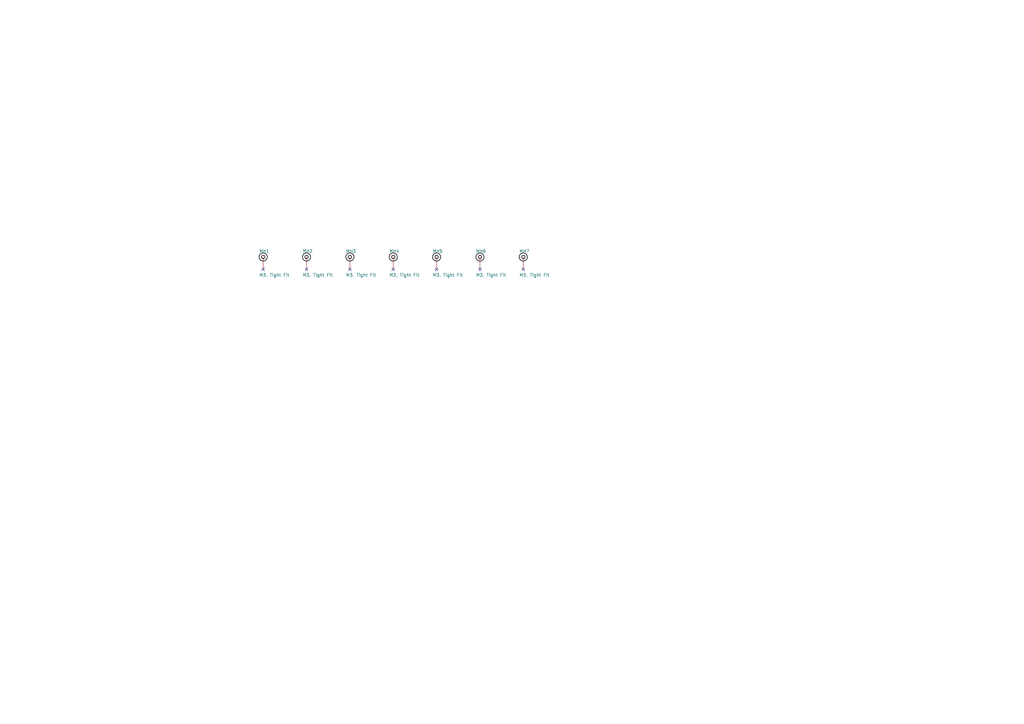
<source format=kicad_sch>
(kicad_sch (version 20231120) (generator "eeschema") (generator_version "8.0")
  (paper "A3")
  (title_block (title "NAE-SONATA-ONE") (date "2024-08-16") (rev "10") (company "NewAE Technology") (comment 2 "Apache-2"))
  (lib_symbols
    (symbol "SONATA-ONE-symbols:root_0_Mounting_Hole"
      (symbol "root_0_Mounting_Hole_1_0"
        (circle (center 0 0) (radius 0.695) (stroke (width 0.254) (color 0 0 0 1)))
        (circle (center 0 0) (radius 1.667) (stroke (width 0.254) (color 0 0 0 1)))
        (pin passive line (at 0 -5.08 90) (length 5.08) (name "1") (number "1"))
      )
    )
  )
  (no_connect (at 143.51 110.49))
  (no_connect (at 107.95 110.49))
  (no_connect (at 214.63 110.49))
  (no_connect (at 196.85 110.49))
  (no_connect (at 161.29 110.49))
  (no_connect (at 179.07 110.49))
  (no_connect (at 125.73 110.49))
  (symbol (lib_id "SONATA-ONE-symbols:root_0_Mounting_Hole") (at 179.07 105.41 0) (unit 1)
    (property "Reference" "MH5" (at 177.403 103.743 0) (effects (justify left bottom)))
    (property "Value" "M3, Tight Fit" (at 177.403 113.538 0) (effects (justify left bottom)))
    (property "Footprint" "SONATA-ONE-LIBRARY:MOUNT_M3_TIGHT" (effects (hide yes)))
    (property "Description" "Machine screw M3 Mounting Hole" (effects (hide yes)))
  )
  (symbol (lib_id "SONATA-ONE-symbols:root_0_Mounting_Hole") (at 196.85 105.41 0) (unit 1)
    (property "Reference" "MH6" (at 195.183 103.743 0) (effects (justify left bottom)))
    (property "Value" "M3, Tight Fit" (at 195.183 113.538 0) (effects (justify left bottom)))
    (property "Footprint" "SONATA-ONE-LIBRARY:MOUNT_M3_TIGHT" (effects (hide yes)))
    (property "Description" "Machine screw M3 Mounting Hole" (effects (hide yes)))
  )
  (symbol (lib_id "SONATA-ONE-symbols:root_0_Mounting_Hole") (at 214.63 105.41 0) (unit 1)
    (property "Reference" "MH7" (at 212.963 103.743 0) (effects (justify left bottom)))
    (property "Value" "M3, Tight Fit" (at 212.963 113.538 0) (effects (justify left bottom)))
    (property "Footprint" "SONATA-ONE-LIBRARY:MOUNT_M3_TIGHT" (effects (hide yes)))
    (property "Description" "Machine screw M3 Mounting Hole" (effects (hide yes)))
  )
  (symbol (lib_id "SONATA-ONE-symbols:root_0_Mounting_Hole") (at 107.95 105.41 0) (unit 1)
    (property "Reference" "MH1" (at 106.283 103.743 0) (effects (justify left bottom)))
    (property "Value" "M3, Tight Fit" (at 106.283 113.538 0) (effects (justify left bottom)))
    (property "Footprint" "SONATA-ONE-LIBRARY:MOUNT_M3_TIGHT" (effects (hide yes)))
    (property "Description" "Machine screw M3 Mounting Hole" (effects (hide yes)))
  )
  (symbol (lib_id "SONATA-ONE-symbols:root_0_Mounting_Hole") (at 161.29 105.41 0) (unit 1)
    (property "Reference" "MH4" (at 159.623 103.743 0) (effects (justify left bottom)))
    (property "Value" "M3, Tight Fit" (at 159.623 113.538 0) (effects (justify left bottom)))
    (property "Footprint" "SONATA-ONE-LIBRARY:MOUNT_M3_TIGHT" (effects (hide yes)))
    (property "Description" "Machine screw M3 Mounting Hole" (effects (hide yes)))
  )
  (symbol (lib_id "SONATA-ONE-symbols:root_0_Mounting_Hole") (at 143.51 105.41 0) (unit 1)
    (property "Reference" "MH3" (at 141.843 103.743 0) (effects (justify left bottom)))
    (property "Value" "M3, Tight Fit" (at 141.843 113.538 0) (effects (justify left bottom)))
    (property "Footprint" "SONATA-ONE-LIBRARY:MOUNT_M3_TIGHT" (effects (hide yes)))
    (property "Description" "Machine screw M3 Mounting Hole" (effects (hide yes)))
  )
  (symbol (lib_id "SONATA-ONE-symbols:root_0_Mounting_Hole") (at 125.73 105.41 0) (unit 1)
    (property "Reference" "MH2" (at 124.063 103.743 0) (effects (justify left bottom)))
    (property "Value" "M3, Tight Fit" (at 124.063 113.538 0) (effects (justify left bottom)))
    (property "Footprint" "SONATA-ONE-LIBRARY:MOUNT_M3_TIGHT" (effects (hide yes)))
    (property "Description" "Machine screw M3 Mounting Hole" (effects (hide yes)))
  )
)
</source>
